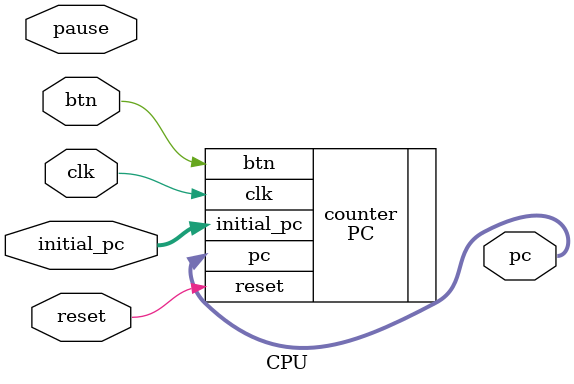
<source format=sv>


module CPU(input clk, reset,btn, pause,
   input  [15:0] initial_pc,
output logic [15:0] pc
    );
PC counter(.clk, .reset,.btn,.initial_pc,.pc);
endmodule

</source>
